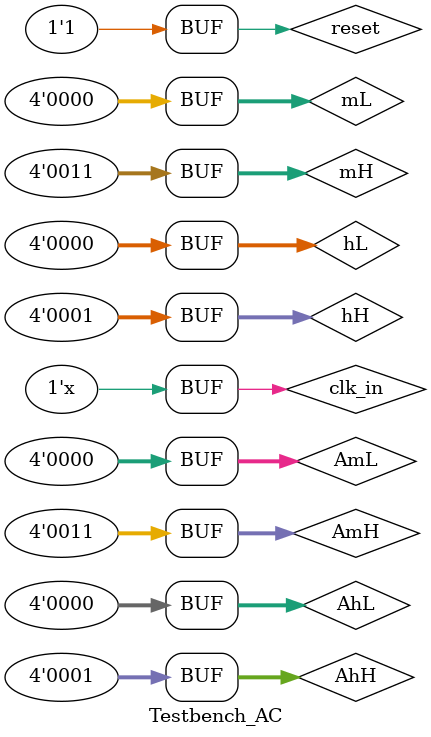
<source format=v>
`timescale 1ns / 1ps


module Testbench_AC();
reg clk_in; //Ê±ÖÓ 
reg reset; //¸´Î»ÊäÈë 
//Ê±ÖÓÊ±¼ä
reg [3:0] hL;
reg [3:0] hH;
reg [3:0] mL;
reg [3:0] mH; 
//ÄÖÖÓÊ±¼ä
reg [3:0] AhL;
reg [3:0] AhH;
reg [3:0] AmL;
reg [3:0] AmH; 
//ÄÖÖÓÌáÊ¾
wire Sout;

AlarmClock test(
        .clk_in(clk_in),
        .reset(reset),
        .Sout(Sout),
        .hH(hH),
        .hL(hL),
        .mH(mH),
        .mL(mL),
        .AhH(AhH),
        .AhL(AhL),
        .AmH(AmH),
        .AmL(AmL)
       );
       
     always #1 clk_in = ~clk_in;

     initial begin
       reset = 0; clk_in= 1;
       AhL=0;AhH=1;AmL=0;AmH=3; 
       hL=0;hH=0;mL=0;mH=0; 
       #40 reset = 1;
       #1960 hL=0;hH=1;mL=0;mH=3; 
     end
endmodule

</source>
